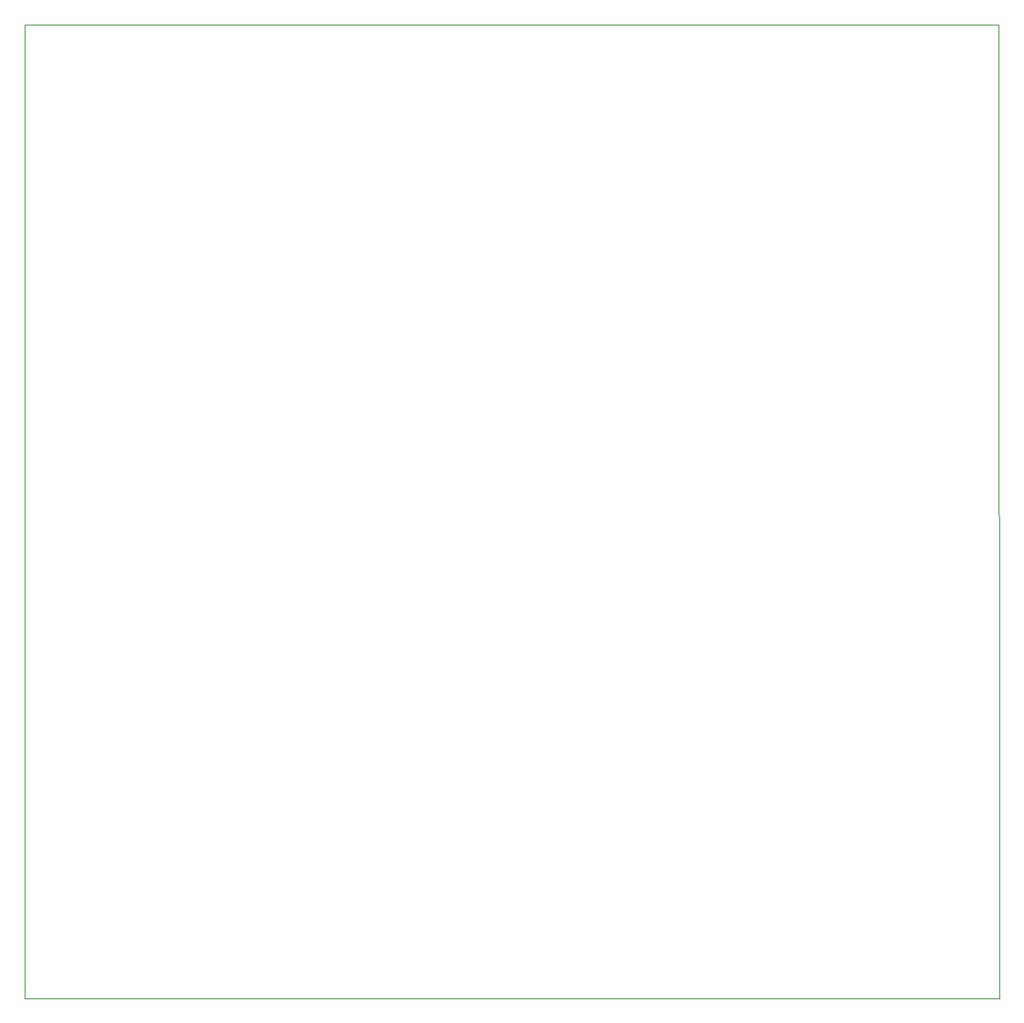
<source format=gm1>
G04 #@! TF.GenerationSoftware,KiCad,Pcbnew,(5.1.9)-1*
G04 #@! TF.CreationDate,2022-03-10T18:33:41-05:00*
G04 #@! TF.ProjectId,ADX,4144582e-6b69-4636-9164-5f7063625858,rev?*
G04 #@! TF.SameCoordinates,Original*
G04 #@! TF.FileFunction,Profile,NP*
%FSLAX46Y46*%
G04 Gerber Fmt 4.6, Leading zero omitted, Abs format (unit mm)*
G04 Created by KiCad (PCBNEW (5.1.9)-1) date 2022-03-10 18:33:41*
%MOMM*%
%LPD*%
G01*
G04 APERTURE LIST*
G04 #@! TA.AperFunction,Profile*
%ADD10C,0.100000*%
G04 #@! TD*
G04 APERTURE END LIST*
D10*
X58800000Y-13000000D02*
X58800000Y-110000000D01*
X155800000Y-13000000D02*
X58800000Y-13000000D01*
X155900000Y-110000000D02*
X155800000Y-13000000D01*
X58800000Y-110000000D02*
X155900000Y-110000000D01*
M02*

</source>
